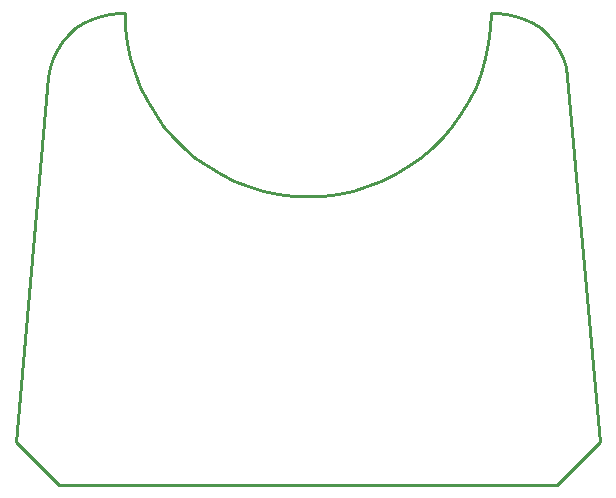
<source format=gko>
%FSTAX26Y26*%
%MOIN*%
%SFA1B1*%

%IPPOS*%
%ADD18C,0.010000*%
%LNunisolder_sensor-1*%
%LPD*%
G54D18*
X026811Y0205118D02*
X0282283Y0219291D01*
X0101969Y0205118D02*
X026811D01*
X0087795Y0219291D02*
X0101969Y0205118D01*
X0087795Y0219291D02*
X009856Y0341045D01*
X0099091Y0344163*
X0100033Y0347182*
X010137Y0350048*
X0103078Y0352711*
X0105127Y035512*
X0107479Y0357235*
X0110092Y0359017*
X011292Y0360433*
X0115912Y0361459*
X0119014Y0362076*
X0122171Y0362273*
X0124016*
X0124224Y0357234*
X0124848Y0352229*
X0125883Y0347292*
X0127322Y0342459*
X0129156Y033776*
X0131371Y0333229*
X0133952Y0328896*
X0136883Y0324791*
X0140143Y0320943*
X0143709Y0317376*
X0147558Y0314117*
X0151663Y0311186*
X0155995Y0308604*
X0160527Y0306389*
X0165225Y0304556*
X0170059Y0303117*
X0174995Y0302081*
X018Y0301458*
X0185039Y0301249*
X0190079Y0301458*
X0195084Y0302081*
X020002Y0303117*
X0204854Y0304556*
X0209552Y0306389*
X0214083Y0308604*
X0218416Y0311186*
X0222521Y0314117*
X022637Y0317376*
X0229936Y0320943*
X0233196Y0324791*
X0236126Y0328896*
X0238708Y0333229*
X0240923Y033776*
X0242757Y0342459*
X0244196Y0347292*
X0245231Y0352229*
X0245855Y0357234*
X0246063Y0362273*
X0247908*
X0251064Y0362076*
X0254167Y0361459*
X0257158Y0360433*
X0259986Y0359017*
X02626Y0357235*
X0264952Y035512*
X0267001Y0352711*
X0268709Y0350048*
X0270046Y0347182*
X0270988Y0344163*
X0271519Y0341045*
X0282283Y0219291*
M02*
</source>
